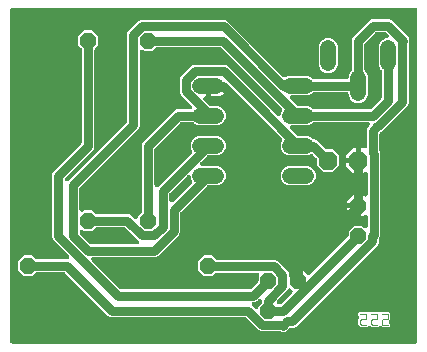
<source format=gbr>
G04 EAGLE Gerber RS-274X export*
G75*
%MOMM*%
%FSLAX34Y34*%
%LPD*%
%INBottom Copper*%
%IPPOS*%
%AMOC8*
5,1,8,0,0,1.08239X$1,22.5*%
G01*
%ADD10C,0.076200*%
%ADD11P,1.732040X8X22.500000*%
%ADD12C,1.320800*%
%ADD13P,1.429621X8X112.500000*%
%ADD14P,1.539592X8X112.500000*%
%ADD15P,1.539592X8X202.500000*%
%ADD16P,1.429621X8X202.500000*%
%ADD17C,0.762000*%

G36*
X365701Y480068D02*
X365701Y480068D01*
X365768Y480065D01*
X365895Y480087D01*
X366023Y480101D01*
X366086Y480121D01*
X366152Y480132D01*
X366271Y480180D01*
X366394Y480219D01*
X366452Y480251D01*
X366514Y480276D01*
X366621Y480347D01*
X366734Y480410D01*
X366784Y480454D01*
X366840Y480490D01*
X366931Y480581D01*
X367028Y480666D01*
X367068Y480719D01*
X367115Y480766D01*
X367185Y480874D01*
X367263Y480977D01*
X367291Y481037D01*
X367328Y481093D01*
X367375Y481213D01*
X367430Y481329D01*
X367446Y481394D01*
X367470Y481456D01*
X367482Y481542D01*
X367522Y481708D01*
X367527Y481878D01*
X367539Y481965D01*
X367539Y762535D01*
X367532Y762601D01*
X367535Y762668D01*
X367513Y762795D01*
X367499Y762923D01*
X367479Y762986D01*
X367468Y763052D01*
X367420Y763171D01*
X367381Y763294D01*
X367349Y763352D01*
X367324Y763414D01*
X367253Y763521D01*
X367190Y763634D01*
X367146Y763684D01*
X367110Y763740D01*
X367019Y763831D01*
X366934Y763928D01*
X366881Y763968D01*
X366834Y764015D01*
X366726Y764085D01*
X366623Y764163D01*
X366563Y764191D01*
X366507Y764228D01*
X366387Y764275D01*
X366271Y764330D01*
X366206Y764346D01*
X366144Y764370D01*
X366058Y764382D01*
X365892Y764422D01*
X365722Y764427D01*
X365635Y764439D01*
X24765Y764439D01*
X24699Y764432D01*
X24632Y764435D01*
X24505Y764413D01*
X24377Y764399D01*
X24314Y764379D01*
X24248Y764368D01*
X24129Y764320D01*
X24006Y764281D01*
X23948Y764249D01*
X23886Y764224D01*
X23779Y764153D01*
X23666Y764090D01*
X23616Y764046D01*
X23560Y764010D01*
X23469Y763919D01*
X23372Y763834D01*
X23332Y763781D01*
X23285Y763734D01*
X23215Y763626D01*
X23137Y763523D01*
X23109Y763463D01*
X23072Y763407D01*
X23025Y763287D01*
X22970Y763171D01*
X22954Y763106D01*
X22930Y763044D01*
X22918Y762958D01*
X22878Y762792D01*
X22873Y762622D01*
X22861Y762535D01*
X22861Y481965D01*
X22868Y481899D01*
X22865Y481832D01*
X22887Y481705D01*
X22901Y481577D01*
X22921Y481514D01*
X22932Y481448D01*
X22980Y481329D01*
X23019Y481206D01*
X23051Y481148D01*
X23076Y481086D01*
X23147Y480979D01*
X23210Y480866D01*
X23254Y480816D01*
X23290Y480760D01*
X23381Y480669D01*
X23466Y480572D01*
X23519Y480532D01*
X23566Y480485D01*
X23674Y480415D01*
X23777Y480337D01*
X23837Y480309D01*
X23893Y480272D01*
X24013Y480225D01*
X24129Y480170D01*
X24194Y480154D01*
X24256Y480130D01*
X24342Y480118D01*
X24508Y480078D01*
X24678Y480073D01*
X24765Y480061D01*
X365635Y480061D01*
X365701Y480068D01*
G37*
%LPC*%
G36*
X252939Y489965D02*
X252939Y489965D01*
X251449Y490582D01*
X251338Y490615D01*
X251230Y490658D01*
X251168Y490666D01*
X251076Y490694D01*
X250782Y490719D01*
X250720Y490727D01*
X235294Y490727D01*
X233333Y491539D01*
X231565Y493308D01*
X222765Y502108D01*
X222688Y502170D01*
X222617Y502241D01*
X222537Y502293D01*
X222463Y502353D01*
X222374Y502399D01*
X222291Y502454D01*
X222202Y502489D01*
X222117Y502533D01*
X222021Y502560D01*
X221928Y502596D01*
X221856Y502606D01*
X221741Y502638D01*
X221501Y502654D01*
X221419Y502665D01*
X107651Y502665D01*
X105690Y503477D01*
X68960Y540208D01*
X68883Y540270D01*
X68812Y540341D01*
X68732Y540393D01*
X68658Y540453D01*
X68569Y540499D01*
X68486Y540554D01*
X68397Y540589D01*
X68311Y540633D01*
X68216Y540660D01*
X68123Y540696D01*
X68051Y540706D01*
X67936Y540738D01*
X67696Y540754D01*
X67614Y540765D01*
X45768Y540765D01*
X45669Y540755D01*
X45570Y540755D01*
X45476Y540735D01*
X45380Y540725D01*
X45286Y540695D01*
X45188Y540675D01*
X45100Y540636D01*
X45009Y540607D01*
X44922Y540558D01*
X44831Y540519D01*
X44773Y540474D01*
X44669Y540416D01*
X44488Y540258D01*
X44422Y540208D01*
X41677Y537463D01*
X34523Y537463D01*
X29463Y542523D01*
X29463Y549677D01*
X34523Y554737D01*
X41677Y554737D01*
X44422Y551992D01*
X44499Y551930D01*
X44569Y551859D01*
X44650Y551807D01*
X44724Y551747D01*
X44812Y551701D01*
X44896Y551646D01*
X44985Y551611D01*
X45070Y551567D01*
X45166Y551540D01*
X45259Y551504D01*
X45331Y551494D01*
X45446Y551462D01*
X45686Y551446D01*
X45768Y551435D01*
X71192Y551435D01*
X71225Y551438D01*
X71258Y551436D01*
X71419Y551458D01*
X71580Y551475D01*
X71611Y551485D01*
X71644Y551489D01*
X71797Y551544D01*
X71951Y551593D01*
X71980Y551609D01*
X72012Y551620D01*
X72150Y551704D01*
X72291Y551784D01*
X72316Y551806D01*
X72344Y551823D01*
X72463Y551934D01*
X72585Y552040D01*
X72605Y552067D01*
X72629Y552089D01*
X72722Y552222D01*
X72820Y552351D01*
X72834Y552381D01*
X72853Y552408D01*
X72917Y552557D01*
X72987Y552703D01*
X72995Y552735D01*
X73008Y552766D01*
X73041Y552925D01*
X73079Y553082D01*
X73080Y553115D01*
X73087Y553148D01*
X73086Y553310D01*
X73092Y553472D01*
X73086Y553504D01*
X73086Y553538D01*
X73052Y553696D01*
X73025Y553856D01*
X73013Y553886D01*
X73006Y553919D01*
X72941Y554068D01*
X72881Y554218D01*
X72863Y554246D01*
X72850Y554276D01*
X72799Y554343D01*
X72667Y554543D01*
X72583Y554627D01*
X72538Y554685D01*
X62533Y564690D01*
X62515Y564736D01*
X62459Y564838D01*
X62413Y564944D01*
X62375Y564994D01*
X62329Y565079D01*
X62139Y565305D01*
X62102Y565354D01*
X58977Y568478D01*
X58165Y570439D01*
X58165Y623361D01*
X58977Y625322D01*
X83008Y649352D01*
X83070Y649429D01*
X83141Y649500D01*
X83193Y649580D01*
X83253Y649654D01*
X83299Y649743D01*
X83354Y649826D01*
X83389Y649915D01*
X83433Y650001D01*
X83460Y650096D01*
X83496Y650189D01*
X83506Y650261D01*
X83538Y650376D01*
X83554Y650616D01*
X83565Y650698D01*
X83565Y728932D01*
X83555Y729031D01*
X83555Y729130D01*
X83535Y729224D01*
X83525Y729320D01*
X83495Y729414D01*
X83475Y729512D01*
X83436Y729600D01*
X83407Y729691D01*
X83358Y729778D01*
X83319Y729869D01*
X83274Y729927D01*
X83216Y730031D01*
X83058Y730212D01*
X83008Y730278D01*
X80263Y733023D01*
X80263Y740177D01*
X85323Y745237D01*
X92477Y745237D01*
X97537Y740177D01*
X97537Y733023D01*
X94792Y730278D01*
X94730Y730201D01*
X94659Y730131D01*
X94607Y730050D01*
X94547Y729976D01*
X94501Y729888D01*
X94446Y729804D01*
X94411Y729715D01*
X94367Y729630D01*
X94340Y729534D01*
X94304Y729441D01*
X94294Y729369D01*
X94262Y729254D01*
X94246Y729014D01*
X94235Y728932D01*
X94235Y646639D01*
X93423Y644678D01*
X69392Y620648D01*
X69330Y620571D01*
X69259Y620500D01*
X69207Y620420D01*
X69147Y620346D01*
X69101Y620257D01*
X69046Y620174D01*
X69011Y620085D01*
X68967Y619999D01*
X68940Y619904D01*
X68904Y619811D01*
X68894Y619739D01*
X68862Y619624D01*
X68846Y619384D01*
X68835Y619302D01*
X68835Y619278D01*
X68837Y619254D01*
X68836Y619235D01*
X68837Y619227D01*
X68836Y619211D01*
X68858Y619051D01*
X68875Y618890D01*
X68885Y618858D01*
X68889Y618825D01*
X68944Y618673D01*
X68993Y618518D01*
X69009Y618490D01*
X69020Y618458D01*
X69105Y618320D01*
X69184Y618179D01*
X69206Y618154D01*
X69223Y618125D01*
X69334Y618007D01*
X69440Y617885D01*
X69467Y617865D01*
X69489Y617841D01*
X69622Y617748D01*
X69751Y617650D01*
X69781Y617636D01*
X69808Y617616D01*
X69957Y617552D01*
X70103Y617483D01*
X70135Y617475D01*
X70166Y617462D01*
X70325Y617429D01*
X70482Y617391D01*
X70515Y617390D01*
X70548Y617383D01*
X70710Y617383D01*
X70872Y617378D01*
X70904Y617384D01*
X70938Y617384D01*
X71096Y617417D01*
X71256Y617445D01*
X71286Y617457D01*
X71319Y617464D01*
X71468Y617529D01*
X71618Y617588D01*
X71646Y617607D01*
X71676Y617620D01*
X71743Y617671D01*
X71943Y617803D01*
X72027Y617887D01*
X72086Y617931D01*
X73446Y619292D01*
X121362Y667207D01*
X121424Y667284D01*
X121495Y667355D01*
X121547Y667435D01*
X121607Y667510D01*
X121653Y667598D01*
X121708Y667681D01*
X121743Y667771D01*
X121787Y667856D01*
X121814Y667952D01*
X121850Y668044D01*
X121860Y668117D01*
X121892Y668231D01*
X121897Y668303D01*
X121902Y668324D01*
X121905Y668432D01*
X121908Y668471D01*
X121919Y668554D01*
X121919Y742816D01*
X122731Y744777D01*
X131523Y753569D01*
X133484Y754381D01*
X204747Y754381D01*
X206708Y753569D01*
X254163Y706113D01*
X254227Y706061D01*
X254285Y706001D01*
X254378Y705938D01*
X254465Y705867D01*
X254539Y705829D01*
X254608Y705783D01*
X254712Y705740D01*
X254811Y705688D01*
X254891Y705666D01*
X254968Y705634D01*
X255079Y705613D01*
X255187Y705583D01*
X255270Y705577D01*
X255351Y705562D01*
X255463Y705564D01*
X255576Y705557D01*
X255658Y705568D01*
X255741Y705570D01*
X255820Y705590D01*
X255962Y705610D01*
X256152Y705678D01*
X256238Y705700D01*
X258479Y706629D01*
X274921Y706629D01*
X277909Y705391D01*
X278907Y704392D01*
X278984Y704330D01*
X279055Y704259D01*
X279135Y704207D01*
X279210Y704147D01*
X279298Y704101D01*
X279381Y704046D01*
X279471Y704011D01*
X279556Y703967D01*
X279652Y703940D01*
X279744Y703904D01*
X279817Y703894D01*
X279931Y703862D01*
X280171Y703846D01*
X280254Y703835D01*
X307467Y703835D01*
X307533Y703842D01*
X307600Y703839D01*
X307727Y703861D01*
X307855Y703875D01*
X307918Y703895D01*
X307984Y703906D01*
X308103Y703954D01*
X308226Y703993D01*
X308284Y704025D01*
X308346Y704050D01*
X308453Y704121D01*
X308566Y704184D01*
X308616Y704228D01*
X308672Y704264D01*
X308763Y704355D01*
X308860Y704440D01*
X308900Y704493D01*
X308947Y704540D01*
X309017Y704648D01*
X309095Y704751D01*
X309123Y704811D01*
X309160Y704867D01*
X309207Y704987D01*
X309262Y705103D01*
X309278Y705168D01*
X309302Y705230D01*
X309314Y705316D01*
X309354Y705482D01*
X309359Y705652D01*
X309371Y705739D01*
X309371Y706721D01*
X310609Y709709D01*
X311608Y710707D01*
X311670Y710784D01*
X311741Y710855D01*
X311793Y710935D01*
X311853Y711010D01*
X311899Y711098D01*
X311954Y711181D01*
X311989Y711271D01*
X312033Y711356D01*
X312060Y711452D01*
X312096Y711544D01*
X312106Y711617D01*
X312138Y711731D01*
X312154Y711971D01*
X312165Y712054D01*
X312165Y737661D01*
X312977Y739622D01*
X327178Y753823D01*
X329139Y754635D01*
X343961Y754635D01*
X345922Y753823D01*
X360123Y739622D01*
X360935Y737661D01*
X360935Y735539D01*
X360318Y734049D01*
X360304Y734003D01*
X360284Y733962D01*
X360269Y733898D01*
X360242Y733830D01*
X360234Y733768D01*
X360206Y733676D01*
X360201Y733620D01*
X360192Y733583D01*
X360189Y733472D01*
X360181Y733382D01*
X360173Y733320D01*
X360173Y683745D01*
X359361Y681784D01*
X337010Y659433D01*
X336964Y659415D01*
X336862Y659359D01*
X336755Y659313D01*
X336706Y659275D01*
X336621Y659229D01*
X336395Y659039D01*
X336346Y659002D01*
X336092Y658748D01*
X336030Y658671D01*
X335959Y658600D01*
X335907Y658520D01*
X335846Y658446D01*
X335801Y658357D01*
X335746Y658274D01*
X335711Y658184D01*
X335667Y658099D01*
X335640Y658004D01*
X335604Y657911D01*
X335594Y657839D01*
X335562Y657724D01*
X335546Y657484D01*
X335535Y657402D01*
X335535Y643497D01*
X335547Y643381D01*
X335549Y643265D01*
X335565Y643204D01*
X335575Y643109D01*
X335664Y642828D01*
X335680Y642768D01*
X336170Y641585D01*
X336170Y571074D01*
X335358Y569113D01*
X335330Y569086D01*
X335268Y569009D01*
X335197Y568938D01*
X335145Y568858D01*
X335085Y568784D01*
X335039Y568695D01*
X334984Y568612D01*
X334949Y568523D01*
X334905Y568437D01*
X334878Y568342D01*
X334842Y568249D01*
X334832Y568177D01*
X334800Y568062D01*
X334784Y567822D01*
X334773Y567740D01*
X334773Y565494D01*
X333961Y563533D01*
X264761Y494333D01*
X262800Y493521D01*
X260554Y493521D01*
X260456Y493511D01*
X260356Y493511D01*
X260262Y493491D01*
X260167Y493481D01*
X260072Y493451D01*
X259974Y493431D01*
X259886Y493392D01*
X259795Y493363D01*
X259708Y493315D01*
X259617Y493275D01*
X259559Y493230D01*
X259456Y493172D01*
X259274Y493014D01*
X259208Y492964D01*
X257022Y490777D01*
X255061Y489965D01*
X252939Y489965D01*
G37*
%LPD*%
G36*
X225700Y526045D02*
X225700Y526045D01*
X225800Y526045D01*
X225894Y526065D01*
X225989Y526075D01*
X226084Y526105D01*
X226182Y526125D01*
X226269Y526164D01*
X226361Y526193D01*
X226448Y526242D01*
X226539Y526281D01*
X226597Y526326D01*
X226700Y526384D01*
X226882Y526542D01*
X226948Y526592D01*
X232614Y532258D01*
X232676Y532335D01*
X232747Y532406D01*
X232799Y532486D01*
X232859Y532560D01*
X232905Y532649D01*
X232960Y532732D01*
X232995Y532821D01*
X233039Y532907D01*
X233066Y533002D01*
X233102Y533095D01*
X233112Y533167D01*
X233144Y533282D01*
X233160Y533522D01*
X233171Y533604D01*
X233171Y536770D01*
X233178Y536778D01*
X233203Y536800D01*
X233301Y536929D01*
X233403Y537055D01*
X233418Y537084D01*
X233438Y537111D01*
X233508Y537258D01*
X233582Y537401D01*
X233591Y537433D01*
X233605Y537463D01*
X233643Y537620D01*
X233687Y537776D01*
X233689Y537810D01*
X233697Y537842D01*
X233702Y538004D01*
X233713Y538165D01*
X233709Y538198D01*
X233710Y538232D01*
X233682Y538391D01*
X233660Y538551D01*
X233649Y538583D01*
X233643Y538616D01*
X233584Y538766D01*
X233529Y538919D01*
X233512Y538947D01*
X233500Y538978D01*
X233411Y539113D01*
X233326Y539251D01*
X233304Y539276D01*
X233285Y539304D01*
X233170Y539418D01*
X233060Y539536D01*
X233033Y539555D01*
X233009Y539579D01*
X232873Y539667D01*
X232741Y539760D01*
X232711Y539773D01*
X232683Y539792D01*
X232532Y539851D01*
X232383Y539915D01*
X232351Y539922D01*
X232320Y539934D01*
X232237Y539945D01*
X232002Y539994D01*
X231883Y539993D01*
X231810Y540003D01*
X197406Y540003D01*
X197307Y539993D01*
X197208Y539993D01*
X197114Y539973D01*
X197018Y539963D01*
X196924Y539933D01*
X196826Y539913D01*
X196738Y539874D01*
X196647Y539845D01*
X196560Y539796D01*
X196469Y539757D01*
X196411Y539712D01*
X196307Y539654D01*
X196126Y539496D01*
X196060Y539446D01*
X194077Y537463D01*
X186923Y537463D01*
X181863Y542523D01*
X181863Y549677D01*
X186923Y554737D01*
X194077Y554737D01*
X197584Y551230D01*
X197661Y551168D01*
X197731Y551097D01*
X197812Y551045D01*
X197886Y550985D01*
X197974Y550939D01*
X198058Y550884D01*
X198147Y550849D01*
X198232Y550805D01*
X198328Y550778D01*
X198421Y550742D01*
X198493Y550732D01*
X198608Y550700D01*
X198848Y550684D01*
X198930Y550673D01*
X247306Y550673D01*
X249267Y549861D01*
X251035Y548092D01*
X255992Y543135D01*
X257761Y541367D01*
X257834Y541190D01*
X257858Y541146D01*
X257874Y541099D01*
X257950Y540975D01*
X258019Y540847D01*
X258051Y540809D01*
X258077Y540766D01*
X258177Y540660D01*
X258270Y540549D01*
X258309Y540518D01*
X258344Y540482D01*
X258463Y540398D01*
X258577Y540308D01*
X258622Y540286D01*
X258662Y540257D01*
X258796Y540200D01*
X258926Y540135D01*
X258974Y540122D01*
X259020Y540103D01*
X259162Y540073D01*
X259303Y540037D01*
X259353Y540034D01*
X259402Y540024D01*
X259547Y540024D01*
X259693Y540017D01*
X259742Y540025D01*
X259792Y540025D01*
X259934Y540055D01*
X260078Y540077D01*
X260124Y540095D01*
X260173Y540105D01*
X260306Y540163D01*
X260442Y540214D01*
X260485Y540241D01*
X260530Y540261D01*
X260601Y540315D01*
X260772Y540423D01*
X260875Y540523D01*
X260940Y540572D01*
X262912Y542545D01*
X264669Y542545D01*
X264669Y533527D01*
X264676Y533461D01*
X264673Y533395D01*
X264695Y533268D01*
X264709Y533139D01*
X264729Y533076D01*
X264740Y533011D01*
X264788Y532891D01*
X264827Y532768D01*
X264859Y532710D01*
X264884Y532648D01*
X264954Y532541D01*
X265018Y532428D01*
X265062Y532378D01*
X265098Y532323D01*
X265189Y532232D01*
X265274Y532135D01*
X265327Y532095D01*
X265374Y532048D01*
X265482Y531977D01*
X265585Y531899D01*
X265645Y531871D01*
X265701Y531835D01*
X265821Y531787D01*
X265937Y531732D01*
X266002Y531717D01*
X266064Y531692D01*
X266150Y531681D01*
X266316Y531640D01*
X266486Y531635D01*
X266573Y531623D01*
X266827Y531623D01*
X266893Y531630D01*
X266960Y531628D01*
X267087Y531650D01*
X267215Y531663D01*
X267278Y531683D01*
X267344Y531694D01*
X267463Y531742D01*
X267586Y531781D01*
X267644Y531814D01*
X267706Y531838D01*
X267813Y531909D01*
X267926Y531972D01*
X267976Y532016D01*
X268032Y532052D01*
X268123Y532144D01*
X268220Y532228D01*
X268260Y532281D01*
X268307Y532328D01*
X268377Y532436D01*
X268455Y532539D01*
X268483Y532599D01*
X268520Y532655D01*
X268567Y532775D01*
X268622Y532891D01*
X268638Y532956D01*
X268662Y533018D01*
X268674Y533105D01*
X268714Y533270D01*
X268719Y533440D01*
X268731Y533527D01*
X268731Y542545D01*
X270488Y542545D01*
X274398Y538635D01*
X274449Y538593D01*
X274495Y538545D01*
X274600Y538470D01*
X274700Y538389D01*
X274759Y538358D01*
X274813Y538320D01*
X274932Y538269D01*
X275046Y538210D01*
X275110Y538192D01*
X275171Y538166D01*
X275297Y538140D01*
X275421Y538105D01*
X275488Y538100D01*
X275553Y538087D01*
X275682Y538087D01*
X275810Y538078D01*
X275876Y538088D01*
X275943Y538088D01*
X276069Y538114D01*
X276197Y538132D01*
X276259Y538154D01*
X276324Y538168D01*
X276442Y538219D01*
X276564Y538263D01*
X276620Y538297D01*
X276681Y538324D01*
X276751Y538377D01*
X276896Y538466D01*
X277021Y538582D01*
X277091Y538635D01*
X308814Y570358D01*
X308876Y570435D01*
X308947Y570506D01*
X308999Y570586D01*
X309059Y570660D01*
X309105Y570749D01*
X309160Y570832D01*
X309195Y570921D01*
X309239Y571007D01*
X309266Y571102D01*
X309302Y571195D01*
X309312Y571267D01*
X309344Y571382D01*
X309360Y571622D01*
X309371Y571704D01*
X309371Y574867D01*
X314133Y579629D01*
X320867Y579629D01*
X322249Y578246D01*
X322275Y578225D01*
X322297Y578200D01*
X322426Y578103D01*
X322552Y578000D01*
X322581Y577985D01*
X322608Y577965D01*
X322754Y577896D01*
X322898Y577821D01*
X322930Y577812D01*
X322960Y577798D01*
X323117Y577760D01*
X323273Y577716D01*
X323307Y577714D01*
X323339Y577706D01*
X323501Y577701D01*
X323662Y577690D01*
X323695Y577694D01*
X323729Y577693D01*
X323888Y577721D01*
X324048Y577743D01*
X324080Y577754D01*
X324113Y577760D01*
X324263Y577819D01*
X324416Y577874D01*
X324444Y577891D01*
X324475Y577903D01*
X324610Y577992D01*
X324748Y578077D01*
X324773Y578100D01*
X324801Y578118D01*
X324915Y578233D01*
X325033Y578343D01*
X325052Y578370D01*
X325076Y578394D01*
X325164Y578530D01*
X325257Y578662D01*
X325271Y578693D01*
X325289Y578720D01*
X325348Y578871D01*
X325412Y579020D01*
X325419Y579052D01*
X325431Y579083D01*
X325442Y579166D01*
X325491Y579402D01*
X325490Y579520D01*
X325500Y579593D01*
X325500Y587370D01*
X325497Y587404D01*
X325499Y587437D01*
X325477Y587597D01*
X325460Y587758D01*
X325450Y587790D01*
X325446Y587823D01*
X325391Y587976D01*
X325342Y588130D01*
X325326Y588159D01*
X325315Y588190D01*
X325230Y588328D01*
X325151Y588469D01*
X325129Y588494D01*
X325112Y588523D01*
X325001Y588641D01*
X324895Y588763D01*
X324868Y588783D01*
X324846Y588807D01*
X324713Y588900D01*
X324584Y588998D01*
X324554Y589013D01*
X324527Y589032D01*
X324378Y589096D01*
X324232Y589165D01*
X324200Y589173D01*
X324169Y589186D01*
X324010Y589219D01*
X323853Y589257D01*
X323820Y589258D01*
X323787Y589265D01*
X323625Y589265D01*
X323463Y589270D01*
X323431Y589264D01*
X323397Y589264D01*
X323239Y589231D01*
X323079Y589203D01*
X323049Y589191D01*
X323016Y589184D01*
X322867Y589119D01*
X322717Y589060D01*
X322689Y589041D01*
X322659Y589028D01*
X322592Y588978D01*
X322392Y588845D01*
X322308Y588761D01*
X322249Y588717D01*
X321288Y587755D01*
X319531Y587755D01*
X319531Y596773D01*
X319524Y596839D01*
X319527Y596905D01*
X319520Y596944D01*
X319531Y597027D01*
X319531Y606045D01*
X321288Y606045D01*
X322249Y605083D01*
X322275Y605062D01*
X322297Y605037D01*
X322426Y604939D01*
X322552Y604837D01*
X322581Y604822D01*
X322608Y604802D01*
X322754Y604732D01*
X322898Y604658D01*
X322930Y604649D01*
X322960Y604635D01*
X323117Y604597D01*
X323273Y604553D01*
X323307Y604551D01*
X323339Y604543D01*
X323501Y604537D01*
X323662Y604526D01*
X323695Y604531D01*
X323729Y604530D01*
X323888Y604558D01*
X324048Y604580D01*
X324080Y604591D01*
X324113Y604597D01*
X324263Y604656D01*
X324416Y604711D01*
X324444Y604728D01*
X324475Y604740D01*
X324610Y604829D01*
X324748Y604914D01*
X324773Y604936D01*
X324801Y604955D01*
X324915Y605070D01*
X325033Y605180D01*
X325052Y605207D01*
X325076Y605231D01*
X325164Y605366D01*
X325257Y605499D01*
X325271Y605529D01*
X325289Y605557D01*
X325348Y605708D01*
X325412Y605857D01*
X325419Y605889D01*
X325431Y605920D01*
X325442Y606003D01*
X325491Y606238D01*
X325490Y606357D01*
X325500Y606430D01*
X325500Y623495D01*
X325497Y623528D01*
X325499Y623561D01*
X325477Y623722D01*
X325460Y623883D01*
X325450Y623914D01*
X325446Y623947D01*
X325391Y624100D01*
X325342Y624254D01*
X325326Y624283D01*
X325315Y624314D01*
X325230Y624453D01*
X325151Y624594D01*
X325129Y624619D01*
X325112Y624647D01*
X325001Y624765D01*
X324895Y624887D01*
X324868Y624907D01*
X324846Y624932D01*
X324713Y625025D01*
X324584Y625123D01*
X324554Y625137D01*
X324527Y625156D01*
X324378Y625220D01*
X324232Y625290D01*
X324199Y625298D01*
X324169Y625311D01*
X324011Y625343D01*
X323853Y625382D01*
X323820Y625383D01*
X323787Y625389D01*
X323625Y625389D01*
X323463Y625394D01*
X323431Y625389D01*
X323397Y625389D01*
X323239Y625355D01*
X323079Y625328D01*
X323049Y625315D01*
X323016Y625309D01*
X322867Y625243D01*
X322717Y625184D01*
X322689Y625166D01*
X322659Y625152D01*
X322592Y625102D01*
X322392Y624970D01*
X322308Y624885D01*
X322249Y624841D01*
X321866Y624458D01*
X319531Y624458D01*
X319531Y634873D01*
X319524Y634939D01*
X319527Y635005D01*
X319520Y635044D01*
X319531Y635127D01*
X319531Y645542D01*
X321929Y645542D01*
X321946Y645532D01*
X321973Y645512D01*
X322119Y645443D01*
X322263Y645369D01*
X322295Y645360D01*
X322325Y645345D01*
X322482Y645307D01*
X322638Y645264D01*
X322672Y645261D01*
X322704Y645253D01*
X322866Y645248D01*
X323027Y645237D01*
X323060Y645242D01*
X323094Y645241D01*
X323253Y645268D01*
X323413Y645290D01*
X323445Y645302D01*
X323478Y645307D01*
X323628Y645367D01*
X323781Y645421D01*
X323809Y645439D01*
X323840Y645451D01*
X323975Y645540D01*
X324113Y645624D01*
X324138Y645647D01*
X324166Y645665D01*
X324280Y645780D01*
X324398Y645891D01*
X324417Y645918D01*
X324441Y645941D01*
X324529Y646077D01*
X324622Y646209D01*
X324636Y646240D01*
X324654Y646268D01*
X324713Y646419D01*
X324777Y646567D01*
X324784Y646600D01*
X324796Y646631D01*
X324807Y646713D01*
X324856Y646949D01*
X324855Y647068D01*
X324865Y647140D01*
X324865Y661461D01*
X325677Y663422D01*
X326770Y664514D01*
X326791Y664540D01*
X326816Y664562D01*
X326914Y664691D01*
X327016Y664817D01*
X327031Y664846D01*
X327051Y664873D01*
X327121Y665019D01*
X327195Y665163D01*
X327204Y665195D01*
X327219Y665225D01*
X327257Y665382D01*
X327300Y665538D01*
X327303Y665572D01*
X327310Y665604D01*
X327316Y665766D01*
X327327Y665927D01*
X327322Y665960D01*
X327323Y665994D01*
X327295Y666153D01*
X327273Y666313D01*
X327262Y666345D01*
X327256Y666378D01*
X327197Y666528D01*
X327142Y666681D01*
X327125Y666709D01*
X327113Y666740D01*
X327024Y666875D01*
X326940Y667013D01*
X326917Y667038D01*
X326898Y667066D01*
X326784Y667180D01*
X326673Y667298D01*
X326646Y667317D01*
X326622Y667341D01*
X326487Y667429D01*
X326354Y667522D01*
X326324Y667536D01*
X326296Y667554D01*
X326145Y667613D01*
X325997Y667677D01*
X325964Y667684D01*
X325933Y667696D01*
X325851Y667707D01*
X325615Y667756D01*
X325496Y667755D01*
X325424Y667765D01*
X280254Y667765D01*
X280155Y667755D01*
X280055Y667755D01*
X279961Y667735D01*
X279866Y667725D01*
X279771Y667695D01*
X279674Y667675D01*
X279586Y667636D01*
X279495Y667607D01*
X279408Y667558D01*
X279317Y667519D01*
X279258Y667474D01*
X279155Y667416D01*
X278974Y667258D01*
X278907Y667208D01*
X277909Y666209D01*
X274921Y664971D01*
X261570Y664971D01*
X261537Y664968D01*
X261504Y664970D01*
X261344Y664948D01*
X261183Y664931D01*
X261151Y664921D01*
X261118Y664917D01*
X260965Y664862D01*
X260811Y664813D01*
X260782Y664797D01*
X260751Y664786D01*
X260613Y664702D01*
X260471Y664622D01*
X260446Y664600D01*
X260418Y664583D01*
X260300Y664472D01*
X260178Y664366D01*
X260158Y664339D01*
X260133Y664317D01*
X260040Y664184D01*
X259943Y664055D01*
X259928Y664025D01*
X259909Y663998D01*
X259845Y663849D01*
X259775Y663703D01*
X259768Y663671D01*
X259754Y663640D01*
X259722Y663481D01*
X259684Y663324D01*
X259683Y663291D01*
X259676Y663258D01*
X259676Y663096D01*
X259671Y662934D01*
X259676Y662902D01*
X259677Y662868D01*
X259710Y662710D01*
X259738Y662550D01*
X259750Y662520D01*
X259757Y662487D01*
X259822Y662338D01*
X259881Y662188D01*
X259899Y662160D01*
X259913Y662130D01*
X259963Y662063D01*
X260096Y661863D01*
X260180Y661779D01*
X260224Y661721D01*
X265558Y656386D01*
X265635Y656324D01*
X265706Y656253D01*
X265786Y656201D01*
X265860Y656141D01*
X265949Y656095D01*
X266032Y656040D01*
X266121Y656005D01*
X266206Y655961D01*
X266302Y655934D01*
X266395Y655898D01*
X266467Y655888D01*
X266582Y655856D01*
X266822Y655840D01*
X266904Y655829D01*
X274921Y655829D01*
X277909Y654591D01*
X278907Y653592D01*
X278984Y653530D01*
X279055Y653459D01*
X279135Y653407D01*
X279210Y653347D01*
X279298Y653301D01*
X279381Y653246D01*
X279471Y653211D01*
X279556Y653167D01*
X279652Y653140D01*
X279744Y653104D01*
X279817Y653094D01*
X279931Y653062D01*
X280171Y653046D01*
X280254Y653035D01*
X280461Y653035D01*
X282422Y652223D01*
X289561Y645083D01*
X289638Y645021D01*
X289709Y644950D01*
X289789Y644898D01*
X289863Y644838D01*
X289952Y644792D01*
X290035Y644737D01*
X290124Y644702D01*
X290210Y644658D01*
X290305Y644631D01*
X290398Y644595D01*
X290470Y644585D01*
X290585Y644553D01*
X290825Y644537D01*
X290907Y644526D01*
X296046Y644526D01*
X301626Y638946D01*
X301626Y631054D01*
X296046Y625474D01*
X288154Y625474D01*
X282574Y631054D01*
X282574Y636193D01*
X282564Y636291D01*
X282564Y636391D01*
X282544Y636485D01*
X282534Y636580D01*
X282504Y636675D01*
X282484Y636773D01*
X282445Y636860D01*
X282416Y636952D01*
X282367Y637039D01*
X282328Y637130D01*
X282283Y637188D01*
X282225Y637291D01*
X282158Y637368D01*
X282128Y637414D01*
X282060Y637481D01*
X282017Y637539D01*
X279401Y640155D01*
X279337Y640207D01*
X279279Y640267D01*
X279186Y640330D01*
X279099Y640401D01*
X279025Y640439D01*
X278956Y640485D01*
X278852Y640528D01*
X278752Y640580D01*
X278673Y640602D01*
X278596Y640634D01*
X278485Y640655D01*
X278377Y640685D01*
X278294Y640690D01*
X278213Y640706D01*
X278100Y640704D01*
X277988Y640711D01*
X277906Y640700D01*
X277823Y640698D01*
X277744Y640677D01*
X277602Y640658D01*
X277412Y640590D01*
X277326Y640567D01*
X274921Y639571D01*
X258479Y639571D01*
X255491Y640809D01*
X253205Y643095D01*
X251967Y646083D01*
X251967Y649317D01*
X253112Y652081D01*
X253136Y652160D01*
X253169Y652237D01*
X253192Y652347D01*
X253224Y652454D01*
X253231Y652537D01*
X253248Y652618D01*
X253247Y652731D01*
X253257Y652843D01*
X253247Y652925D01*
X253247Y653008D01*
X253224Y653118D01*
X253210Y653230D01*
X253184Y653308D01*
X253167Y653390D01*
X253122Y653493D01*
X253086Y653599D01*
X253044Y653671D01*
X253011Y653747D01*
X252961Y653812D01*
X252889Y653936D01*
X252753Y654085D01*
X252699Y654156D01*
X220521Y686334D01*
X220503Y686380D01*
X220447Y686482D01*
X220401Y686588D01*
X220363Y686638D01*
X220317Y686723D01*
X220156Y686914D01*
X220149Y686924D01*
X220137Y686936D01*
X220127Y686948D01*
X220090Y686997D01*
X209310Y697778D01*
X209248Y697827D01*
X209193Y697884D01*
X209097Y697950D01*
X209007Y698024D01*
X208937Y698060D01*
X208872Y698105D01*
X208764Y698149D01*
X208661Y698203D01*
X208585Y698224D01*
X208512Y698255D01*
X208398Y698277D01*
X208286Y698308D01*
X208207Y698313D01*
X208129Y698328D01*
X208013Y698326D01*
X207916Y698333D01*
X207916Y698344D01*
X207921Y698505D01*
X207915Y698538D01*
X207915Y698572D01*
X207882Y698730D01*
X207854Y698890D01*
X207842Y698920D01*
X207835Y698953D01*
X207770Y699102D01*
X207710Y699252D01*
X207692Y699280D01*
X207679Y699310D01*
X207628Y699377D01*
X207496Y699577D01*
X207412Y699661D01*
X207368Y699720D01*
X207114Y699974D01*
X207036Y700036D01*
X206966Y700107D01*
X206886Y700159D01*
X206811Y700220D01*
X206723Y700265D01*
X206639Y700320D01*
X206550Y700355D01*
X206465Y700399D01*
X206369Y700426D01*
X206277Y700462D01*
X206204Y700472D01*
X206090Y700504D01*
X205850Y700520D01*
X205767Y700531D01*
X190627Y700531D01*
X190561Y700524D01*
X190495Y700527D01*
X190368Y700505D01*
X190239Y700491D01*
X190176Y700471D01*
X190111Y700460D01*
X189991Y700412D01*
X189868Y700373D01*
X189810Y700341D01*
X189748Y700316D01*
X189641Y700245D01*
X189528Y700182D01*
X189478Y700138D01*
X189423Y700102D01*
X189332Y700011D01*
X189235Y699926D01*
X189195Y699873D01*
X189171Y699850D01*
X189168Y699848D01*
X189077Y699756D01*
X188980Y699672D01*
X188940Y699619D01*
X188893Y699572D01*
X188823Y699464D01*
X188745Y699361D01*
X188717Y699301D01*
X188680Y699245D01*
X188633Y699125D01*
X188578Y699009D01*
X188562Y698944D01*
X188538Y698882D01*
X188526Y698795D01*
X188486Y698630D01*
X188481Y698460D01*
X188469Y698373D01*
X188469Y689355D01*
X188299Y689355D01*
X188266Y689352D01*
X188233Y689354D01*
X188073Y689332D01*
X187912Y689315D01*
X187880Y689305D01*
X187847Y689301D01*
X187695Y689246D01*
X187540Y689197D01*
X187511Y689181D01*
X187480Y689170D01*
X187342Y689086D01*
X187201Y689006D01*
X187175Y688984D01*
X187147Y688967D01*
X187029Y688856D01*
X186907Y688750D01*
X186887Y688723D01*
X186863Y688701D01*
X186769Y688568D01*
X186672Y688439D01*
X186657Y688409D01*
X186638Y688382D01*
X186574Y688233D01*
X186505Y688087D01*
X186497Y688055D01*
X186483Y688024D01*
X186451Y687865D01*
X186413Y687708D01*
X186412Y687675D01*
X186405Y687642D01*
X186405Y687480D01*
X186400Y687318D01*
X186406Y687286D01*
X186406Y687252D01*
X186439Y687094D01*
X186467Y686934D01*
X186479Y686904D01*
X186486Y686871D01*
X186551Y686722D01*
X186610Y686572D01*
X186628Y686544D01*
X186642Y686514D01*
X186692Y686447D01*
X186825Y686247D01*
X186909Y686163D01*
X186953Y686105D01*
X191271Y681786D01*
X191348Y681724D01*
X191419Y681653D01*
X191499Y681601D01*
X191573Y681541D01*
X191662Y681495D01*
X191745Y681440D01*
X191835Y681405D01*
X191920Y681361D01*
X192015Y681334D01*
X192108Y681298D01*
X192180Y681288D01*
X192295Y681256D01*
X192535Y681240D01*
X192618Y681229D01*
X198721Y681229D01*
X201709Y679991D01*
X203995Y677705D01*
X205233Y674717D01*
X205233Y671483D01*
X203995Y668495D01*
X201709Y666209D01*
X198721Y664971D01*
X182279Y664971D01*
X179291Y666209D01*
X178293Y667208D01*
X178216Y667270D01*
X178145Y667341D01*
X178065Y667393D01*
X177990Y667453D01*
X177902Y667499D01*
X177819Y667554D01*
X177729Y667589D01*
X177644Y667633D01*
X177548Y667660D01*
X177456Y667696D01*
X177383Y667706D01*
X177269Y667738D01*
X177029Y667754D01*
X176946Y667765D01*
X168098Y667765D01*
X168000Y667755D01*
X167900Y667755D01*
X167806Y667735D01*
X167711Y667725D01*
X167616Y667695D01*
X167518Y667675D01*
X167431Y667636D01*
X167339Y667607D01*
X167252Y667558D01*
X167161Y667519D01*
X167103Y667474D01*
X167000Y667416D01*
X166818Y667258D01*
X166752Y667208D01*
X145592Y646048D01*
X145530Y645971D01*
X145459Y645900D01*
X145407Y645820D01*
X145347Y645746D01*
X145301Y645657D01*
X145246Y645574D01*
X145211Y645485D01*
X145167Y645399D01*
X145140Y645304D01*
X145104Y645211D01*
X145094Y645139D01*
X145062Y645024D01*
X145046Y644784D01*
X145035Y644702D01*
X145035Y614376D01*
X145038Y614343D01*
X145036Y614310D01*
X145058Y614149D01*
X145075Y613989D01*
X145085Y613957D01*
X145089Y613924D01*
X145144Y613771D01*
X145193Y613617D01*
X145209Y613588D01*
X145220Y613557D01*
X145305Y613418D01*
X145384Y613277D01*
X145406Y613252D01*
X145423Y613224D01*
X145534Y613106D01*
X145640Y612984D01*
X145667Y612964D01*
X145689Y612939D01*
X145822Y612846D01*
X145951Y612749D01*
X145981Y612734D01*
X146008Y612715D01*
X146157Y612651D01*
X146303Y612581D01*
X146335Y612574D01*
X146366Y612560D01*
X146525Y612528D01*
X146682Y612490D01*
X146715Y612489D01*
X146748Y612482D01*
X146910Y612482D01*
X147072Y612477D01*
X147104Y612482D01*
X147138Y612483D01*
X147296Y612516D01*
X147456Y612544D01*
X147486Y612556D01*
X147519Y612563D01*
X147668Y612628D01*
X147818Y612687D01*
X147846Y612705D01*
X147876Y612719D01*
X147943Y612769D01*
X148143Y612902D01*
X148227Y612986D01*
X148286Y613030D01*
X149392Y614136D01*
X149392Y614137D01*
X176499Y641244D01*
X176552Y641308D01*
X176611Y641366D01*
X176675Y641459D01*
X176745Y641546D01*
X176783Y641620D01*
X176830Y641689D01*
X176873Y641793D01*
X176925Y641892D01*
X176947Y641972D01*
X176979Y642049D01*
X176999Y642160D01*
X177030Y642268D01*
X177035Y642351D01*
X177051Y642432D01*
X177048Y642544D01*
X177056Y642657D01*
X177045Y642739D01*
X177043Y642822D01*
X177022Y642901D01*
X177003Y643043D01*
X176935Y643233D01*
X176912Y643319D01*
X175767Y646083D01*
X175767Y649317D01*
X177005Y652305D01*
X179291Y654591D01*
X182279Y655829D01*
X198721Y655829D01*
X201709Y654591D01*
X203995Y652305D01*
X205233Y649317D01*
X205233Y646083D01*
X203995Y643095D01*
X201709Y640809D01*
X198721Y639571D01*
X190704Y639571D01*
X190606Y639561D01*
X190506Y639561D01*
X190412Y639541D01*
X190317Y639531D01*
X190222Y639501D01*
X190124Y639481D01*
X190037Y639442D01*
X189945Y639413D01*
X189858Y639364D01*
X189767Y639325D01*
X189709Y639281D01*
X189606Y639222D01*
X189424Y639064D01*
X189358Y639014D01*
X184024Y633679D01*
X184003Y633654D01*
X183978Y633632D01*
X183880Y633503D01*
X183778Y633377D01*
X183763Y633348D01*
X183743Y633321D01*
X183673Y633175D01*
X183599Y633031D01*
X183590Y632999D01*
X183575Y632969D01*
X183537Y632812D01*
X183494Y632656D01*
X183491Y632622D01*
X183484Y632590D01*
X183478Y632428D01*
X183467Y632267D01*
X183472Y632234D01*
X183471Y632200D01*
X183499Y632041D01*
X183521Y631881D01*
X183532Y631849D01*
X183538Y631816D01*
X183597Y631666D01*
X183652Y631513D01*
X183669Y631485D01*
X183681Y631454D01*
X183770Y631319D01*
X183854Y631181D01*
X183877Y631156D01*
X183896Y631128D01*
X184010Y631014D01*
X184121Y630896D01*
X184148Y630877D01*
X184172Y630853D01*
X184307Y630765D01*
X184440Y630672D01*
X184470Y630659D01*
X184498Y630640D01*
X184649Y630581D01*
X184797Y630517D01*
X184830Y630510D01*
X184861Y630498D01*
X184944Y630487D01*
X185179Y630438D01*
X185298Y630439D01*
X185370Y630429D01*
X198721Y630429D01*
X201709Y629191D01*
X203995Y626905D01*
X205233Y623917D01*
X205233Y620683D01*
X203995Y617695D01*
X201709Y615409D01*
X198721Y614171D01*
X190704Y614171D01*
X190606Y614161D01*
X190506Y614161D01*
X190412Y614141D01*
X190317Y614131D01*
X190222Y614101D01*
X190124Y614081D01*
X190037Y614042D01*
X189945Y614013D01*
X189858Y613964D01*
X189767Y613925D01*
X189709Y613880D01*
X189606Y613822D01*
X189424Y613664D01*
X189358Y613614D01*
X167182Y591438D01*
X167120Y591361D01*
X167049Y591290D01*
X166997Y591210D01*
X166937Y591136D01*
X166891Y591047D01*
X166836Y590964D01*
X166801Y590875D01*
X166757Y590789D01*
X166730Y590694D01*
X166694Y590601D01*
X166684Y590529D01*
X166652Y590414D01*
X166636Y590174D01*
X166625Y590092D01*
X166625Y574196D01*
X165813Y572235D01*
X147855Y554277D01*
X145894Y553465D01*
X93445Y553465D01*
X93412Y553462D01*
X93378Y553464D01*
X93218Y553442D01*
X93057Y553425D01*
X93025Y553415D01*
X92992Y553411D01*
X92840Y553356D01*
X92686Y553307D01*
X92657Y553291D01*
X92625Y553280D01*
X92487Y553196D01*
X92346Y553116D01*
X92321Y553094D01*
X92292Y553077D01*
X92174Y552966D01*
X92052Y552860D01*
X92032Y552833D01*
X92008Y552811D01*
X91915Y552678D01*
X91817Y552549D01*
X91803Y552519D01*
X91784Y552492D01*
X91719Y552343D01*
X91650Y552197D01*
X91642Y552165D01*
X91629Y552134D01*
X91596Y551975D01*
X91558Y551818D01*
X91557Y551785D01*
X91550Y551752D01*
X91550Y551590D01*
X91545Y551428D01*
X91551Y551396D01*
X91551Y551362D01*
X91584Y551204D01*
X91612Y551044D01*
X91624Y551014D01*
X91631Y550981D01*
X91696Y550832D01*
X91756Y550682D01*
X91774Y550654D01*
X91787Y550624D01*
X91838Y550557D01*
X91970Y550357D01*
X92054Y550273D01*
X92098Y550215D01*
X115720Y526592D01*
X115797Y526530D01*
X115868Y526459D01*
X115948Y526407D01*
X116023Y526347D01*
X116111Y526301D01*
X116195Y526246D01*
X116284Y526211D01*
X116369Y526167D01*
X116465Y526140D01*
X116557Y526104D01*
X116630Y526094D01*
X116744Y526062D01*
X116984Y526046D01*
X117067Y526035D01*
X225602Y526035D01*
X225700Y526045D01*
G37*
G36*
X129258Y585479D02*
X129258Y585479D01*
X129292Y585477D01*
X129451Y585505D01*
X129611Y585527D01*
X129643Y585539D01*
X129676Y585544D01*
X129826Y585604D01*
X129979Y585658D01*
X130007Y585676D01*
X130038Y585688D01*
X130173Y585777D01*
X130311Y585861D01*
X130336Y585884D01*
X130364Y585902D01*
X130478Y586017D01*
X130596Y586128D01*
X130615Y586155D01*
X130639Y586178D01*
X130727Y586314D01*
X130820Y586446D01*
X130833Y586477D01*
X130852Y586505D01*
X130911Y586655D01*
X130975Y586804D01*
X130982Y586837D01*
X130994Y586868D01*
X131005Y586950D01*
X131054Y587186D01*
X131053Y587305D01*
X131063Y587377D01*
X131063Y587777D01*
X133808Y590522D01*
X133870Y590599D01*
X133941Y590669D01*
X133993Y590750D01*
X134053Y590824D01*
X134099Y590912D01*
X134154Y590996D01*
X134189Y591085D01*
X134233Y591170D01*
X134260Y591266D01*
X134296Y591359D01*
X134306Y591431D01*
X134338Y591546D01*
X134354Y591786D01*
X134365Y591868D01*
X134365Y648761D01*
X135177Y650722D01*
X162078Y677623D01*
X164039Y678435D01*
X174937Y678435D01*
X174970Y678438D01*
X175003Y678436D01*
X175163Y678458D01*
X175324Y678475D01*
X175356Y678485D01*
X175389Y678489D01*
X175542Y678544D01*
X175696Y678593D01*
X175725Y678609D01*
X175756Y678620D01*
X175894Y678704D01*
X176036Y678784D01*
X176061Y678806D01*
X176089Y678823D01*
X176207Y678934D01*
X176329Y679040D01*
X176349Y679067D01*
X176374Y679089D01*
X176467Y679222D01*
X176565Y679351D01*
X176579Y679381D01*
X176598Y679408D01*
X176662Y679557D01*
X176732Y679703D01*
X176739Y679735D01*
X176753Y679766D01*
X176785Y679925D01*
X176823Y680082D01*
X176825Y680115D01*
X176831Y680148D01*
X176831Y680310D01*
X176836Y680472D01*
X176831Y680504D01*
X176831Y680538D01*
X176797Y680696D01*
X176769Y680856D01*
X176757Y680886D01*
X176750Y680919D01*
X176685Y681068D01*
X176626Y681218D01*
X176608Y681246D01*
X176594Y681276D01*
X176544Y681343D01*
X176412Y681543D01*
X176327Y681627D01*
X176283Y681685D01*
X167435Y690533D01*
X166623Y692494D01*
X166623Y704506D01*
X167435Y706467D01*
X175929Y714961D01*
X177890Y715773D01*
X205255Y715773D01*
X207216Y714961D01*
X229567Y692610D01*
X229585Y692564D01*
X229622Y692496D01*
X229637Y692458D01*
X229652Y692435D01*
X229687Y692356D01*
X229725Y692306D01*
X229771Y692221D01*
X229961Y691995D01*
X229998Y691946D01*
X248717Y673228D01*
X248742Y673207D01*
X248764Y673182D01*
X248893Y673084D01*
X249019Y672982D01*
X249048Y672967D01*
X249075Y672947D01*
X249221Y672877D01*
X249365Y672803D01*
X249397Y672794D01*
X249427Y672779D01*
X249584Y672741D01*
X249740Y672698D01*
X249774Y672695D01*
X249806Y672688D01*
X249968Y672682D01*
X250129Y672671D01*
X250162Y672676D01*
X250196Y672675D01*
X250355Y672703D01*
X250515Y672725D01*
X250547Y672736D01*
X250580Y672742D01*
X250730Y672801D01*
X250883Y672856D01*
X250911Y672873D01*
X250942Y672885D01*
X251077Y672974D01*
X251215Y673058D01*
X251240Y673081D01*
X251268Y673100D01*
X251382Y673214D01*
X251500Y673325D01*
X251519Y673352D01*
X251543Y673376D01*
X251631Y673511D01*
X251724Y673644D01*
X251737Y673674D01*
X251756Y673702D01*
X251815Y673853D01*
X251879Y674001D01*
X251886Y674034D01*
X251898Y674065D01*
X251909Y674148D01*
X251958Y674383D01*
X251957Y674502D01*
X251967Y674574D01*
X251967Y674717D01*
X253112Y677481D01*
X253136Y677560D01*
X253169Y677637D01*
X253192Y677747D01*
X253224Y677854D01*
X253231Y677937D01*
X253248Y678018D01*
X253247Y678131D01*
X253257Y678243D01*
X253247Y678325D01*
X253247Y678408D01*
X253224Y678518D01*
X253210Y678630D01*
X253184Y678708D01*
X253167Y678790D01*
X253122Y678893D01*
X253086Y678999D01*
X253044Y679071D01*
X253011Y679147D01*
X252961Y679212D01*
X252889Y679336D01*
X252753Y679485D01*
X252699Y679556D01*
X201548Y730708D01*
X201471Y730770D01*
X201400Y730841D01*
X201320Y730893D01*
X201246Y730953D01*
X201157Y730999D01*
X201074Y731054D01*
X200985Y731089D01*
X200899Y731133D01*
X200804Y731160D01*
X200711Y731196D01*
X200639Y731206D01*
X200524Y731238D01*
X200284Y731254D01*
X200202Y731265D01*
X147368Y731265D01*
X147269Y731255D01*
X147170Y731255D01*
X147076Y731235D01*
X146980Y731225D01*
X146886Y731195D01*
X146788Y731175D01*
X146700Y731136D01*
X146609Y731107D01*
X146522Y731058D01*
X146431Y731019D01*
X146373Y730974D01*
X146269Y730916D01*
X146088Y730758D01*
X146022Y730708D01*
X143277Y727963D01*
X136123Y727963D01*
X135840Y728246D01*
X135814Y728267D01*
X135792Y728292D01*
X135663Y728390D01*
X135537Y728492D01*
X135508Y728508D01*
X135481Y728528D01*
X135335Y728597D01*
X135191Y728672D01*
X135159Y728681D01*
X135129Y728695D01*
X134972Y728733D01*
X134816Y728777D01*
X134782Y728779D01*
X134750Y728787D01*
X134588Y728792D01*
X134427Y728803D01*
X134394Y728798D01*
X134360Y728799D01*
X134201Y728772D01*
X134041Y728750D01*
X134009Y728738D01*
X133976Y728733D01*
X133826Y728673D01*
X133673Y728619D01*
X133645Y728601D01*
X133614Y728589D01*
X133479Y728500D01*
X133341Y728416D01*
X133316Y728393D01*
X133288Y728375D01*
X133174Y728260D01*
X133056Y728149D01*
X133037Y728122D01*
X133013Y728099D01*
X132925Y727963D01*
X132832Y727831D01*
X132818Y727800D01*
X132800Y727772D01*
X132741Y727622D01*
X132677Y727473D01*
X132670Y727440D01*
X132658Y727409D01*
X132647Y727327D01*
X132598Y727091D01*
X132599Y726972D01*
X132589Y726900D01*
X132589Y664494D01*
X131777Y662533D01*
X82092Y612849D01*
X82030Y612772D01*
X81959Y612702D01*
X81907Y612621D01*
X81847Y612547D01*
X81801Y612459D01*
X81746Y612375D01*
X81711Y612286D01*
X81667Y612201D01*
X81640Y612105D01*
X81604Y612012D01*
X81594Y611940D01*
X81562Y611825D01*
X81555Y611724D01*
X81552Y611711D01*
X81550Y611644D01*
X81546Y611585D01*
X81535Y611503D01*
X81535Y593646D01*
X81538Y593613D01*
X81536Y593580D01*
X81558Y593419D01*
X81575Y593258D01*
X81585Y593227D01*
X81589Y593194D01*
X81644Y593041D01*
X81693Y592887D01*
X81709Y592858D01*
X81720Y592827D01*
X81805Y592688D01*
X81884Y592547D01*
X81906Y592522D01*
X81923Y592494D01*
X82034Y592376D01*
X82140Y592254D01*
X82167Y592233D01*
X82189Y592209D01*
X82322Y592116D01*
X82451Y592018D01*
X82481Y592004D01*
X82508Y591985D01*
X82657Y591921D01*
X82803Y591851D01*
X82836Y591843D01*
X82866Y591830D01*
X83024Y591798D01*
X83182Y591759D01*
X83215Y591758D01*
X83248Y591752D01*
X83410Y591752D01*
X83572Y591747D01*
X83604Y591752D01*
X83638Y591752D01*
X83796Y591786D01*
X83956Y591813D01*
X83986Y591826D01*
X84019Y591832D01*
X84168Y591897D01*
X84318Y591957D01*
X84346Y591975D01*
X84376Y591989D01*
X84443Y592039D01*
X84643Y592171D01*
X84727Y592255D01*
X84786Y592300D01*
X85323Y592837D01*
X92477Y592837D01*
X95222Y590092D01*
X95299Y590030D01*
X95369Y589959D01*
X95450Y589907D01*
X95524Y589847D01*
X95612Y589801D01*
X95696Y589746D01*
X95785Y589711D01*
X95870Y589667D01*
X95966Y589640D01*
X96059Y589604D01*
X96131Y589594D01*
X96246Y589562D01*
X96486Y589546D01*
X96568Y589535D01*
X123160Y589535D01*
X125121Y588723D01*
X127813Y586031D01*
X127838Y586010D01*
X127860Y585985D01*
X127989Y585887D01*
X128115Y585785D01*
X128144Y585769D01*
X128171Y585749D01*
X128317Y585680D01*
X128461Y585605D01*
X128493Y585596D01*
X128523Y585582D01*
X128680Y585544D01*
X128836Y585500D01*
X128870Y585498D01*
X128902Y585490D01*
X129064Y585485D01*
X129225Y585474D01*
X129258Y585479D01*
G37*
G36*
X327300Y678445D02*
X327300Y678445D01*
X327400Y678445D01*
X327494Y678465D01*
X327589Y678475D01*
X327684Y678505D01*
X327782Y678525D01*
X327869Y678564D01*
X327961Y678593D01*
X328048Y678642D01*
X328139Y678681D01*
X328197Y678726D01*
X328300Y678784D01*
X328482Y678942D01*
X328548Y678992D01*
X337008Y687452D01*
X337070Y687529D01*
X337141Y687600D01*
X337193Y687680D01*
X337253Y687754D01*
X337299Y687843D01*
X337354Y687926D01*
X337389Y688015D01*
X337433Y688101D01*
X337460Y688196D01*
X337496Y688289D01*
X337506Y688361D01*
X337538Y688476D01*
X337554Y688716D01*
X337565Y688798D01*
X337565Y710346D01*
X337555Y710445D01*
X337555Y710545D01*
X337535Y710639D01*
X337525Y710734D01*
X337495Y710829D01*
X337475Y710926D01*
X337436Y711014D01*
X337407Y711105D01*
X337358Y711192D01*
X337319Y711283D01*
X337274Y711342D01*
X337216Y711445D01*
X337058Y711626D01*
X337008Y711693D01*
X336009Y712691D01*
X334771Y715679D01*
X334771Y732121D01*
X336009Y735109D01*
X338295Y737395D01*
X341283Y738633D01*
X341426Y738633D01*
X341459Y738636D01*
X341492Y738634D01*
X341652Y738656D01*
X341813Y738673D01*
X341845Y738683D01*
X341878Y738687D01*
X342031Y738742D01*
X342185Y738791D01*
X342214Y738807D01*
X342245Y738818D01*
X342384Y738903D01*
X342525Y738982D01*
X342550Y739004D01*
X342578Y739021D01*
X342696Y739132D01*
X342818Y739238D01*
X342838Y739265D01*
X342863Y739287D01*
X342956Y739420D01*
X343053Y739549D01*
X343068Y739579D01*
X343087Y739606D01*
X343151Y739755D01*
X343221Y739901D01*
X343228Y739933D01*
X343242Y739964D01*
X343274Y740123D01*
X343312Y740280D01*
X343313Y740313D01*
X343320Y740346D01*
X343320Y740508D01*
X343325Y740670D01*
X343320Y740702D01*
X343319Y740736D01*
X343286Y740894D01*
X343258Y741054D01*
X343246Y741084D01*
X343239Y741117D01*
X343174Y741266D01*
X343115Y741416D01*
X343097Y741444D01*
X343083Y741474D01*
X343033Y741541D01*
X342900Y741741D01*
X342816Y741825D01*
X342772Y741884D01*
X341248Y743408D01*
X341171Y743470D01*
X341100Y743541D01*
X341020Y743593D01*
X340946Y743654D01*
X340857Y743699D01*
X340774Y743754D01*
X340685Y743789D01*
X340599Y743833D01*
X340504Y743860D01*
X340411Y743896D01*
X340339Y743906D01*
X340224Y743938D01*
X339984Y743954D01*
X339902Y743965D01*
X333198Y743965D01*
X333100Y743955D01*
X333000Y743955D01*
X332906Y743935D01*
X332811Y743925D01*
X332716Y743895D01*
X332618Y743875D01*
X332531Y743836D01*
X332439Y743807D01*
X332352Y743758D01*
X332261Y743719D01*
X332203Y743674D01*
X332100Y743616D01*
X331918Y743458D01*
X331852Y743408D01*
X323392Y734948D01*
X323330Y734871D01*
X323259Y734800D01*
X323207Y734720D01*
X323147Y734646D01*
X323101Y734557D01*
X323046Y734474D01*
X323011Y734385D01*
X322967Y734299D01*
X322940Y734204D01*
X322904Y734111D01*
X322894Y734039D01*
X322862Y733924D01*
X322846Y733684D01*
X322835Y733602D01*
X322835Y712054D01*
X322845Y711955D01*
X322845Y711855D01*
X322865Y711761D01*
X322875Y711666D01*
X322905Y711571D01*
X322925Y711474D01*
X322964Y711386D01*
X322993Y711295D01*
X323042Y711208D01*
X323081Y711117D01*
X323126Y711058D01*
X323184Y710955D01*
X323342Y710774D01*
X323392Y710707D01*
X324391Y709709D01*
X325629Y706721D01*
X325629Y690279D01*
X324391Y687291D01*
X322105Y685005D01*
X319117Y683767D01*
X315883Y683767D01*
X312895Y685005D01*
X310609Y687291D01*
X309371Y690279D01*
X309371Y691261D01*
X309364Y691327D01*
X309367Y691394D01*
X309345Y691521D01*
X309331Y691649D01*
X309311Y691712D01*
X309300Y691778D01*
X309252Y691897D01*
X309213Y692020D01*
X309181Y692078D01*
X309156Y692140D01*
X309085Y692247D01*
X309022Y692360D01*
X308978Y692410D01*
X308942Y692466D01*
X308851Y692557D01*
X308766Y692654D01*
X308713Y692694D01*
X308666Y692741D01*
X308558Y692811D01*
X308455Y692889D01*
X308395Y692917D01*
X308339Y692954D01*
X308219Y693001D01*
X308103Y693056D01*
X308038Y693072D01*
X307976Y693096D01*
X307890Y693108D01*
X307724Y693148D01*
X307554Y693153D01*
X307467Y693165D01*
X280254Y693165D01*
X280155Y693155D01*
X280055Y693155D01*
X279961Y693135D01*
X279866Y693125D01*
X279771Y693095D01*
X279674Y693075D01*
X279586Y693036D01*
X279495Y693007D01*
X279408Y692958D01*
X279317Y692919D01*
X279258Y692874D01*
X279155Y692816D01*
X278974Y692658D01*
X278907Y692608D01*
X277909Y691609D01*
X274921Y690371D01*
X261570Y690371D01*
X261537Y690368D01*
X261504Y690370D01*
X261344Y690348D01*
X261183Y690331D01*
X261151Y690321D01*
X261118Y690317D01*
X260965Y690262D01*
X260811Y690213D01*
X260782Y690197D01*
X260751Y690186D01*
X260613Y690102D01*
X260471Y690022D01*
X260446Y690000D01*
X260418Y689983D01*
X260300Y689872D01*
X260178Y689766D01*
X260158Y689739D01*
X260133Y689717D01*
X260040Y689584D01*
X259943Y689455D01*
X259928Y689425D01*
X259909Y689398D01*
X259845Y689249D01*
X259775Y689103D01*
X259768Y689071D01*
X259754Y689040D01*
X259722Y688881D01*
X259684Y688724D01*
X259683Y688691D01*
X259676Y688658D01*
X259676Y688496D01*
X259671Y688334D01*
X259676Y688302D01*
X259677Y688268D01*
X259710Y688110D01*
X259738Y687950D01*
X259750Y687920D01*
X259757Y687887D01*
X259822Y687738D01*
X259881Y687588D01*
X259899Y687560D01*
X259913Y687530D01*
X259963Y687463D01*
X260096Y687263D01*
X260180Y687179D01*
X260224Y687121D01*
X265558Y681786D01*
X265635Y681724D01*
X265706Y681653D01*
X265786Y681601D01*
X265860Y681541D01*
X265949Y681495D01*
X266032Y681440D01*
X266121Y681405D01*
X266206Y681361D01*
X266302Y681334D01*
X266395Y681298D01*
X266467Y681288D01*
X266582Y681256D01*
X266822Y681240D01*
X266904Y681229D01*
X274921Y681229D01*
X277909Y679991D01*
X278907Y678992D01*
X278984Y678930D01*
X279055Y678859D01*
X279135Y678807D01*
X279210Y678747D01*
X279298Y678701D01*
X279381Y678646D01*
X279471Y678611D01*
X279556Y678567D01*
X279652Y678540D01*
X279744Y678504D01*
X279817Y678494D01*
X279931Y678462D01*
X280171Y678446D01*
X280254Y678435D01*
X327202Y678435D01*
X327300Y678445D01*
G37*
G36*
X130055Y564138D02*
X130055Y564138D01*
X130089Y564136D01*
X130249Y564158D01*
X130410Y564175D01*
X130442Y564185D01*
X130475Y564189D01*
X130627Y564244D01*
X130782Y564293D01*
X130811Y564309D01*
X130842Y564320D01*
X130980Y564404D01*
X131121Y564484D01*
X131146Y564506D01*
X131175Y564523D01*
X131293Y564634D01*
X131415Y564740D01*
X131435Y564767D01*
X131459Y564789D01*
X131553Y564922D01*
X131650Y565051D01*
X131664Y565081D01*
X131684Y565108D01*
X131748Y565257D01*
X131817Y565403D01*
X131825Y565435D01*
X131838Y565466D01*
X131871Y565625D01*
X131909Y565782D01*
X131910Y565815D01*
X131917Y565848D01*
X131917Y566010D01*
X131922Y566172D01*
X131916Y566204D01*
X131916Y566238D01*
X131883Y566396D01*
X131855Y566556D01*
X131843Y566586D01*
X131836Y566619D01*
X131771Y566768D01*
X131712Y566918D01*
X131693Y566946D01*
X131680Y566976D01*
X131629Y567043D01*
X131497Y567243D01*
X131413Y567327D01*
X131369Y567385D01*
X120447Y578308D01*
X120370Y578370D01*
X120299Y578441D01*
X120219Y578493D01*
X120144Y578553D01*
X120056Y578599D01*
X119973Y578654D01*
X119883Y578689D01*
X119798Y578733D01*
X119702Y578760D01*
X119610Y578796D01*
X119537Y578806D01*
X119423Y578838D01*
X119183Y578854D01*
X119100Y578865D01*
X96568Y578865D01*
X96469Y578855D01*
X96370Y578855D01*
X96276Y578835D01*
X96180Y578825D01*
X96086Y578795D01*
X95988Y578775D01*
X95900Y578736D01*
X95809Y578707D01*
X95722Y578659D01*
X95631Y578619D01*
X95573Y578574D01*
X95469Y578516D01*
X95288Y578358D01*
X95222Y578308D01*
X92477Y575563D01*
X85323Y575563D01*
X84786Y576100D01*
X84760Y576121D01*
X84738Y576146D01*
X84609Y576244D01*
X84483Y576346D01*
X84454Y576362D01*
X84427Y576382D01*
X84281Y576451D01*
X84137Y576526D01*
X84105Y576535D01*
X84075Y576549D01*
X83918Y576587D01*
X83762Y576631D01*
X83728Y576633D01*
X83696Y576641D01*
X83534Y576646D01*
X83373Y576657D01*
X83340Y576652D01*
X83306Y576653D01*
X83147Y576626D01*
X82987Y576604D01*
X82955Y576592D01*
X82922Y576587D01*
X82772Y576527D01*
X82619Y576473D01*
X82591Y576455D01*
X82560Y576443D01*
X82425Y576354D01*
X82287Y576270D01*
X82262Y576247D01*
X82234Y576229D01*
X82120Y576114D01*
X82002Y576003D01*
X81983Y575976D01*
X81959Y575953D01*
X81871Y575817D01*
X81778Y575685D01*
X81764Y575654D01*
X81746Y575626D01*
X81687Y575476D01*
X81623Y575327D01*
X81616Y575294D01*
X81604Y575263D01*
X81593Y575181D01*
X81544Y574945D01*
X81545Y574826D01*
X81535Y574754D01*
X81535Y574498D01*
X81545Y574400D01*
X81545Y574300D01*
X81565Y574206D01*
X81575Y574111D01*
X81605Y574016D01*
X81625Y573918D01*
X81664Y573831D01*
X81693Y573739D01*
X81742Y573652D01*
X81781Y573561D01*
X81826Y573503D01*
X81884Y573400D01*
X82042Y573218D01*
X82092Y573152D01*
X90552Y564692D01*
X90629Y564630D01*
X90700Y564559D01*
X90780Y564507D01*
X90854Y564447D01*
X90943Y564401D01*
X91026Y564346D01*
X91115Y564311D01*
X91201Y564267D01*
X91296Y564240D01*
X91389Y564204D01*
X91461Y564194D01*
X91576Y564162D01*
X91816Y564146D01*
X91898Y564135D01*
X130022Y564135D01*
X130055Y564138D01*
G37*
%LPC*%
G36*
X290483Y709167D02*
X290483Y709167D01*
X287495Y710405D01*
X285209Y712691D01*
X283971Y715679D01*
X283971Y732121D01*
X285209Y735109D01*
X287495Y737395D01*
X290483Y738633D01*
X293717Y738633D01*
X296705Y737395D01*
X298991Y735109D01*
X300229Y732121D01*
X300229Y715679D01*
X298991Y712691D01*
X296705Y710405D01*
X293717Y709167D01*
X290483Y709167D01*
G37*
%LPD*%
%LPC*%
G36*
X258479Y614171D02*
X258479Y614171D01*
X255491Y615409D01*
X253205Y617695D01*
X251967Y620683D01*
X251967Y623917D01*
X253205Y626905D01*
X255491Y629191D01*
X258479Y630429D01*
X274921Y630429D01*
X277909Y629191D01*
X280195Y626905D01*
X281433Y623917D01*
X281433Y620683D01*
X280195Y617695D01*
X277909Y615409D01*
X274921Y614171D01*
X258479Y614171D01*
G37*
%LPD*%
%LPC*%
G36*
X320028Y493775D02*
X320028Y493775D01*
X318174Y494846D01*
X317104Y496699D01*
X317104Y499884D01*
X317986Y501412D01*
X317991Y501423D01*
X317998Y501433D01*
X318071Y501601D01*
X318146Y501767D01*
X318148Y501779D01*
X318153Y501791D01*
X318190Y501969D01*
X318229Y502148D01*
X318229Y502160D01*
X318232Y502173D01*
X318231Y502355D01*
X318233Y502538D01*
X318231Y502550D01*
X318231Y502562D01*
X318193Y502742D01*
X318158Y502920D01*
X318153Y502932D01*
X318151Y502944D01*
X318078Y503112D01*
X318007Y503279D01*
X318000Y503290D01*
X317995Y503301D01*
X317964Y503342D01*
X317785Y503600D01*
X317720Y503663D01*
X317684Y503710D01*
X317104Y504290D01*
X317104Y505868D01*
X318221Y506985D01*
X325060Y506985D01*
X325148Y506913D01*
X325207Y506883D01*
X325262Y506844D01*
X325380Y506793D01*
X325495Y506734D01*
X325559Y506716D01*
X325620Y506690D01*
X325746Y506664D01*
X325870Y506629D01*
X325936Y506624D01*
X326001Y506611D01*
X326130Y506611D01*
X326259Y506603D01*
X326325Y506612D01*
X326391Y506612D01*
X326517Y506638D01*
X326645Y506656D01*
X326708Y506678D01*
X326773Y506692D01*
X326891Y506744D01*
X327012Y506787D01*
X327069Y506821D01*
X327130Y506848D01*
X327200Y506901D01*
X327337Y506985D01*
X334204Y506985D01*
X334292Y506913D01*
X334351Y506883D01*
X334406Y506844D01*
X334524Y506793D01*
X334639Y506734D01*
X334702Y506716D01*
X334764Y506690D01*
X334890Y506664D01*
X335014Y506629D01*
X335080Y506624D01*
X335145Y506611D01*
X335274Y506611D01*
X335403Y506603D01*
X335469Y506612D01*
X335535Y506612D01*
X335661Y506638D01*
X335789Y506656D01*
X335852Y506678D01*
X335917Y506692D01*
X336035Y506744D01*
X336156Y506787D01*
X336213Y506821D01*
X336274Y506848D01*
X336344Y506901D01*
X336481Y506985D01*
X343308Y506985D01*
X344425Y505868D01*
X344425Y500113D01*
X343950Y499638D01*
X343908Y499586D01*
X343860Y499541D01*
X343786Y499436D01*
X343704Y499336D01*
X343674Y499277D01*
X343635Y499222D01*
X343584Y499104D01*
X343525Y498990D01*
X343507Y498925D01*
X343481Y498864D01*
X343455Y498738D01*
X343420Y498614D01*
X343415Y498548D01*
X343402Y498483D01*
X343402Y498354D01*
X343393Y498225D01*
X343403Y498160D01*
X343403Y498093D01*
X343429Y497967D01*
X343447Y497839D01*
X343469Y497777D01*
X343483Y497711D01*
X343535Y497593D01*
X343578Y497472D01*
X343612Y497415D01*
X343639Y497354D01*
X343692Y497285D01*
X343781Y497139D01*
X343897Y497015D01*
X343950Y496945D01*
X344425Y496470D01*
X344425Y494892D01*
X343308Y493775D01*
X338316Y493775D01*
X336949Y494564D01*
X336938Y494569D01*
X336928Y494576D01*
X336761Y494649D01*
X336594Y494724D01*
X336582Y494726D01*
X336570Y494731D01*
X336392Y494768D01*
X336213Y494807D01*
X336201Y494807D01*
X336189Y494810D01*
X336006Y494809D01*
X335823Y494811D01*
X335811Y494809D01*
X335799Y494809D01*
X335620Y494772D01*
X335441Y494736D01*
X335429Y494731D01*
X335417Y494729D01*
X335250Y494656D01*
X335082Y494585D01*
X335071Y494578D01*
X335060Y494573D01*
X335019Y494542D01*
X334761Y494363D01*
X334698Y494298D01*
X334651Y494262D01*
X334164Y493775D01*
X329172Y493775D01*
X327805Y494564D01*
X327794Y494569D01*
X327784Y494576D01*
X327616Y494649D01*
X327450Y494724D01*
X327438Y494726D01*
X327426Y494731D01*
X327248Y494768D01*
X327069Y494807D01*
X327057Y494807D01*
X327045Y494810D01*
X326862Y494809D01*
X326679Y494811D01*
X326667Y494809D01*
X326655Y494809D01*
X326476Y494771D01*
X326297Y494736D01*
X326285Y494731D01*
X326273Y494729D01*
X326105Y494656D01*
X325938Y494585D01*
X325927Y494578D01*
X325916Y494573D01*
X325875Y494542D01*
X325617Y494363D01*
X325554Y494298D01*
X325507Y494262D01*
X325020Y493775D01*
X320028Y493775D01*
G37*
%LPD*%
G36*
X159550Y599528D02*
X159550Y599528D01*
X159584Y599529D01*
X159742Y599562D01*
X159902Y599590D01*
X159932Y599602D01*
X159965Y599609D01*
X160114Y599674D01*
X160264Y599733D01*
X160292Y599751D01*
X160322Y599765D01*
X160389Y599815D01*
X160589Y599948D01*
X160673Y600032D01*
X160731Y600076D01*
X176499Y615844D01*
X176512Y615859D01*
X176522Y615868D01*
X176554Y615910D01*
X176611Y615966D01*
X176675Y616059D01*
X176745Y616146D01*
X176783Y616220D01*
X176830Y616289D01*
X176873Y616393D01*
X176925Y616492D01*
X176947Y616572D01*
X176979Y616649D01*
X176999Y616760D01*
X177030Y616868D01*
X177035Y616951D01*
X177051Y617032D01*
X177048Y617144D01*
X177056Y617257D01*
X177045Y617339D01*
X177043Y617422D01*
X177022Y617501D01*
X177003Y617643D01*
X176935Y617833D01*
X176912Y617919D01*
X175767Y620683D01*
X175767Y620826D01*
X175764Y620859D01*
X175766Y620892D01*
X175744Y621052D01*
X175727Y621213D01*
X175717Y621245D01*
X175713Y621278D01*
X175658Y621431D01*
X175609Y621585D01*
X175593Y621614D01*
X175582Y621645D01*
X175498Y621783D01*
X175418Y621925D01*
X175396Y621950D01*
X175379Y621978D01*
X175268Y622096D01*
X175162Y622218D01*
X175135Y622238D01*
X175113Y622263D01*
X174980Y622356D01*
X174851Y622453D01*
X174821Y622468D01*
X174794Y622487D01*
X174645Y622551D01*
X174499Y622621D01*
X174467Y622628D01*
X174436Y622642D01*
X174277Y622674D01*
X174120Y622712D01*
X174087Y622713D01*
X174054Y622720D01*
X173892Y622720D01*
X173730Y622725D01*
X173698Y622720D01*
X173664Y622719D01*
X173506Y622686D01*
X173346Y622658D01*
X173316Y622646D01*
X173283Y622639D01*
X173134Y622574D01*
X172984Y622515D01*
X172956Y622497D01*
X172926Y622483D01*
X172859Y622433D01*
X172659Y622300D01*
X172575Y622216D01*
X172517Y622172D01*
X158038Y607694D01*
X157976Y607617D01*
X157905Y607546D01*
X157853Y607466D01*
X157793Y607392D01*
X157747Y607303D01*
X157692Y607220D01*
X157657Y607131D01*
X157613Y607045D01*
X157586Y606950D01*
X157550Y606857D01*
X157540Y606785D01*
X157508Y606670D01*
X157492Y606430D01*
X157481Y606348D01*
X157481Y601422D01*
X157484Y601389D01*
X157482Y601356D01*
X157504Y601196D01*
X157521Y601035D01*
X157531Y601003D01*
X157535Y600970D01*
X157590Y600817D01*
X157639Y600663D01*
X157655Y600634D01*
X157666Y600603D01*
X157750Y600465D01*
X157830Y600323D01*
X157852Y600298D01*
X157869Y600270D01*
X157980Y600152D01*
X158086Y600030D01*
X158113Y600010D01*
X158135Y599985D01*
X158268Y599892D01*
X158397Y599795D01*
X158427Y599780D01*
X158454Y599761D01*
X158603Y599697D01*
X158749Y599627D01*
X158781Y599620D01*
X158812Y599606D01*
X158971Y599574D01*
X159128Y599536D01*
X159161Y599535D01*
X159194Y599528D01*
X159356Y599528D01*
X159518Y599523D01*
X159550Y599528D01*
G37*
%LPC*%
G36*
X192531Y689355D02*
X192531Y689355D01*
X192531Y696469D01*
X206021Y696469D01*
X206041Y696471D01*
X206024Y696359D01*
X205579Y694990D01*
X204925Y693707D01*
X204079Y692543D01*
X203061Y691525D01*
X201897Y690679D01*
X200614Y690025D01*
X199246Y689580D01*
X197824Y689355D01*
X192531Y689355D01*
G37*
%LPD*%
G36*
X251100Y513345D02*
X251100Y513345D01*
X251200Y513345D01*
X251294Y513365D01*
X251389Y513375D01*
X251484Y513405D01*
X251582Y513425D01*
X251669Y513464D01*
X251761Y513493D01*
X251848Y513542D01*
X251939Y513581D01*
X251997Y513626D01*
X252100Y513684D01*
X252282Y513842D01*
X252348Y513892D01*
X261465Y523009D01*
X261507Y523061D01*
X261555Y523106D01*
X261630Y523212D01*
X261711Y523312D01*
X261742Y523371D01*
X261780Y523425D01*
X261831Y523543D01*
X261890Y523658D01*
X261908Y523722D01*
X261934Y523783D01*
X261960Y523909D01*
X261995Y524033D01*
X262000Y524100D01*
X262013Y524165D01*
X262013Y524294D01*
X262022Y524422D01*
X262012Y524488D01*
X262012Y524555D01*
X261986Y524681D01*
X261968Y524808D01*
X261946Y524871D01*
X261932Y524936D01*
X261881Y525054D01*
X261837Y525176D01*
X261803Y525232D01*
X261776Y525293D01*
X261723Y525363D01*
X261634Y525508D01*
X261518Y525633D01*
X261465Y525702D01*
X260940Y526228D01*
X260901Y526259D01*
X260867Y526296D01*
X260750Y526382D01*
X260637Y526474D01*
X260593Y526497D01*
X260553Y526526D01*
X260420Y526586D01*
X260291Y526653D01*
X260243Y526666D01*
X260198Y526687D01*
X260056Y526719D01*
X259916Y526758D01*
X259866Y526761D01*
X259817Y526772D01*
X259672Y526775D01*
X259527Y526784D01*
X259477Y526778D01*
X259427Y526778D01*
X259285Y526751D01*
X259141Y526731D01*
X259094Y526714D01*
X259045Y526705D01*
X258910Y526649D01*
X258774Y526600D01*
X258731Y526574D01*
X258685Y526555D01*
X258565Y526473D01*
X258441Y526397D01*
X258404Y526363D01*
X258363Y526335D01*
X258262Y526230D01*
X258156Y526131D01*
X258127Y526090D01*
X258093Y526054D01*
X258048Y525977D01*
X257932Y525812D01*
X257875Y525681D01*
X257834Y525610D01*
X257761Y525433D01*
X248913Y516585D01*
X248892Y516560D01*
X248867Y516538D01*
X248769Y516409D01*
X248667Y516283D01*
X248652Y516254D01*
X248631Y516227D01*
X248562Y516081D01*
X248488Y515937D01*
X248479Y515905D01*
X248464Y515875D01*
X248426Y515718D01*
X248383Y515562D01*
X248380Y515528D01*
X248373Y515496D01*
X248367Y515334D01*
X248356Y515173D01*
X248361Y515140D01*
X248360Y515106D01*
X248387Y514947D01*
X248410Y514787D01*
X248421Y514755D01*
X248427Y514722D01*
X248486Y514572D01*
X248541Y514419D01*
X248558Y514391D01*
X248570Y514360D01*
X248659Y514225D01*
X248743Y514087D01*
X248766Y514062D01*
X248784Y514034D01*
X248899Y513920D01*
X249010Y513802D01*
X249037Y513783D01*
X249061Y513759D01*
X249196Y513671D01*
X249329Y513578D01*
X249359Y513565D01*
X249387Y513546D01*
X249538Y513487D01*
X249686Y513423D01*
X249719Y513416D01*
X249750Y513404D01*
X249833Y513393D01*
X250068Y513344D01*
X250187Y513345D01*
X250259Y513335D01*
X251002Y513335D01*
X251100Y513345D01*
G37*
%LPC*%
G36*
X306958Y637031D02*
X306958Y637031D01*
X306958Y639367D01*
X313133Y645542D01*
X315469Y645542D01*
X315469Y637031D01*
X306958Y637031D01*
G37*
%LPD*%
%LPC*%
G36*
X313133Y624458D02*
X313133Y624458D01*
X306958Y630633D01*
X306958Y632969D01*
X315469Y632969D01*
X315469Y624458D01*
X313133Y624458D01*
G37*
%LPD*%
G36*
X231366Y509489D02*
X231366Y509489D01*
X231400Y509488D01*
X231559Y509516D01*
X231719Y509538D01*
X231751Y509549D01*
X231784Y509555D01*
X231934Y509614D01*
X232087Y509669D01*
X232115Y509686D01*
X232146Y509698D01*
X232281Y509787D01*
X232419Y509872D01*
X232444Y509894D01*
X232472Y509913D01*
X232586Y510027D01*
X232704Y510138D01*
X232723Y510165D01*
X232747Y510189D01*
X232835Y510324D01*
X232928Y510457D01*
X232941Y510487D01*
X232960Y510515D01*
X233019Y510666D01*
X233083Y510815D01*
X233090Y510847D01*
X233102Y510878D01*
X233113Y510961D01*
X233162Y511196D01*
X233161Y511315D01*
X233168Y511364D01*
X235408Y513603D01*
X235470Y513680D01*
X235541Y513751D01*
X235593Y513831D01*
X235653Y513906D01*
X235699Y513994D01*
X235754Y514077D01*
X235789Y514167D01*
X235833Y514252D01*
X235860Y514348D01*
X235896Y514440D01*
X235906Y514513D01*
X235938Y514627D01*
X235954Y514867D01*
X235965Y514950D01*
X235965Y515924D01*
X235962Y515957D01*
X235964Y515990D01*
X235942Y516150D01*
X235925Y516311D01*
X235915Y516343D01*
X235911Y516376D01*
X235856Y516529D01*
X235807Y516683D01*
X235791Y516712D01*
X235780Y516743D01*
X235695Y516882D01*
X235616Y517023D01*
X235594Y517048D01*
X235577Y517076D01*
X235466Y517194D01*
X235360Y517316D01*
X235333Y517336D01*
X235311Y517361D01*
X235178Y517454D01*
X235049Y517551D01*
X235019Y517566D01*
X234992Y517585D01*
X234843Y517649D01*
X234697Y517719D01*
X234665Y517726D01*
X234634Y517740D01*
X234475Y517772D01*
X234318Y517810D01*
X234285Y517811D01*
X234252Y517818D01*
X234090Y517818D01*
X233928Y517823D01*
X233896Y517818D01*
X233862Y517817D01*
X233704Y517784D01*
X233544Y517756D01*
X233514Y517744D01*
X233481Y517737D01*
X233332Y517672D01*
X233182Y517613D01*
X233154Y517595D01*
X233124Y517581D01*
X233057Y517531D01*
X232857Y517398D01*
X232773Y517314D01*
X232714Y517270D01*
X231622Y516177D01*
X229661Y515365D01*
X229193Y515365D01*
X229160Y515362D01*
X229127Y515364D01*
X228967Y515342D01*
X228806Y515325D01*
X228774Y515315D01*
X228741Y515311D01*
X228588Y515256D01*
X228434Y515207D01*
X228405Y515191D01*
X228374Y515180D01*
X228235Y515095D01*
X228095Y515016D01*
X228069Y514994D01*
X228041Y514977D01*
X227923Y514866D01*
X227801Y514760D01*
X227781Y514733D01*
X227757Y514711D01*
X227664Y514578D01*
X227566Y514449D01*
X227551Y514419D01*
X227532Y514392D01*
X227468Y514243D01*
X227399Y514097D01*
X227391Y514065D01*
X227377Y514034D01*
X227345Y513875D01*
X227307Y513718D01*
X227306Y513685D01*
X227299Y513652D01*
X227299Y513490D01*
X227294Y513328D01*
X227300Y513296D01*
X227300Y513262D01*
X227333Y513104D01*
X227361Y512944D01*
X227373Y512914D01*
X227380Y512881D01*
X227445Y512732D01*
X227504Y512582D01*
X227522Y512554D01*
X227536Y512524D01*
X227586Y512457D01*
X227719Y512257D01*
X227803Y512173D01*
X227847Y512114D01*
X229207Y510754D01*
X229921Y510041D01*
X229946Y510020D01*
X229968Y509995D01*
X230097Y509897D01*
X230223Y509795D01*
X230252Y509780D01*
X230279Y509760D01*
X230425Y509690D01*
X230569Y509616D01*
X230601Y509607D01*
X230631Y509593D01*
X230788Y509554D01*
X230944Y509511D01*
X230978Y509509D01*
X231010Y509501D01*
X231172Y509495D01*
X231333Y509484D01*
X231366Y509489D01*
G37*
%LPC*%
G36*
X308355Y598931D02*
X308355Y598931D01*
X308355Y600688D01*
X313712Y606045D01*
X315469Y606045D01*
X315469Y598931D01*
X308355Y598931D01*
G37*
%LPD*%
%LPC*%
G36*
X313712Y587755D02*
X313712Y587755D01*
X308355Y593112D01*
X308355Y594869D01*
X315469Y594869D01*
X315469Y587755D01*
X313712Y587755D01*
G37*
%LPD*%
D10*
X342519Y495681D02*
X339386Y495681D01*
X339297Y495683D01*
X339209Y495689D01*
X339121Y495698D01*
X339033Y495711D01*
X338946Y495728D01*
X338860Y495748D01*
X338775Y495773D01*
X338690Y495800D01*
X338607Y495832D01*
X338526Y495866D01*
X338446Y495905D01*
X338368Y495946D01*
X338291Y495991D01*
X338217Y496039D01*
X338144Y496090D01*
X338074Y496144D01*
X338007Y496202D01*
X337941Y496262D01*
X337879Y496324D01*
X337819Y496390D01*
X337761Y496457D01*
X337707Y496527D01*
X337656Y496600D01*
X337608Y496674D01*
X337563Y496751D01*
X337522Y496829D01*
X337483Y496909D01*
X337449Y496990D01*
X337417Y497073D01*
X337390Y497158D01*
X337365Y497243D01*
X337345Y497329D01*
X337328Y497416D01*
X337315Y497504D01*
X337306Y497592D01*
X337300Y497680D01*
X337298Y497769D01*
X337298Y498814D01*
X337300Y498903D01*
X337306Y498991D01*
X337315Y499079D01*
X337328Y499167D01*
X337345Y499254D01*
X337365Y499340D01*
X337390Y499425D01*
X337417Y499510D01*
X337449Y499593D01*
X337483Y499674D01*
X337522Y499754D01*
X337563Y499832D01*
X337608Y499909D01*
X337656Y499983D01*
X337707Y500056D01*
X337761Y500126D01*
X337819Y500193D01*
X337879Y500259D01*
X337941Y500321D01*
X338007Y500381D01*
X338074Y500439D01*
X338144Y500493D01*
X338217Y500544D01*
X338291Y500592D01*
X338368Y500637D01*
X338446Y500678D01*
X338526Y500717D01*
X338607Y500751D01*
X338690Y500783D01*
X338775Y500810D01*
X338860Y500835D01*
X338946Y500855D01*
X339033Y500872D01*
X339121Y500885D01*
X339209Y500894D01*
X339297Y500900D01*
X339386Y500902D01*
X342519Y500902D01*
X342519Y505079D01*
X337298Y505079D01*
X333375Y495681D02*
X330242Y495681D01*
X330153Y495683D01*
X330065Y495689D01*
X329977Y495698D01*
X329889Y495711D01*
X329802Y495728D01*
X329716Y495748D01*
X329631Y495773D01*
X329546Y495800D01*
X329463Y495832D01*
X329382Y495866D01*
X329302Y495905D01*
X329224Y495946D01*
X329147Y495991D01*
X329073Y496039D01*
X329000Y496090D01*
X328930Y496144D01*
X328863Y496202D01*
X328797Y496262D01*
X328735Y496324D01*
X328675Y496390D01*
X328617Y496457D01*
X328563Y496527D01*
X328512Y496600D01*
X328464Y496674D01*
X328419Y496751D01*
X328378Y496829D01*
X328339Y496909D01*
X328305Y496990D01*
X328273Y497073D01*
X328246Y497158D01*
X328221Y497243D01*
X328201Y497329D01*
X328184Y497416D01*
X328171Y497504D01*
X328162Y497592D01*
X328156Y497680D01*
X328154Y497769D01*
X328154Y498814D01*
X328156Y498903D01*
X328162Y498991D01*
X328171Y499079D01*
X328184Y499167D01*
X328201Y499254D01*
X328221Y499340D01*
X328246Y499425D01*
X328273Y499510D01*
X328305Y499593D01*
X328339Y499674D01*
X328378Y499754D01*
X328419Y499832D01*
X328464Y499909D01*
X328512Y499983D01*
X328563Y500056D01*
X328617Y500126D01*
X328675Y500193D01*
X328735Y500259D01*
X328797Y500321D01*
X328863Y500381D01*
X328930Y500439D01*
X329000Y500493D01*
X329073Y500544D01*
X329147Y500592D01*
X329224Y500637D01*
X329302Y500678D01*
X329382Y500717D01*
X329463Y500751D01*
X329546Y500783D01*
X329631Y500810D01*
X329716Y500835D01*
X329802Y500855D01*
X329889Y500872D01*
X329977Y500885D01*
X330065Y500894D01*
X330153Y500900D01*
X330242Y500902D01*
X333375Y500902D01*
X333375Y505079D01*
X328154Y505079D01*
X324231Y495681D02*
X321098Y495681D01*
X321009Y495683D01*
X320921Y495689D01*
X320833Y495698D01*
X320745Y495711D01*
X320658Y495728D01*
X320572Y495748D01*
X320487Y495773D01*
X320402Y495800D01*
X320319Y495832D01*
X320238Y495866D01*
X320158Y495905D01*
X320080Y495946D01*
X320003Y495991D01*
X319929Y496039D01*
X319856Y496090D01*
X319786Y496144D01*
X319719Y496202D01*
X319653Y496262D01*
X319591Y496324D01*
X319531Y496390D01*
X319473Y496457D01*
X319419Y496527D01*
X319368Y496600D01*
X319320Y496674D01*
X319275Y496751D01*
X319234Y496829D01*
X319195Y496909D01*
X319161Y496990D01*
X319129Y497073D01*
X319102Y497158D01*
X319077Y497243D01*
X319057Y497329D01*
X319040Y497416D01*
X319027Y497504D01*
X319018Y497592D01*
X319012Y497680D01*
X319010Y497769D01*
X319010Y498814D01*
X319012Y498903D01*
X319018Y498991D01*
X319027Y499079D01*
X319040Y499167D01*
X319057Y499254D01*
X319077Y499340D01*
X319102Y499425D01*
X319129Y499510D01*
X319161Y499593D01*
X319195Y499674D01*
X319234Y499754D01*
X319275Y499832D01*
X319320Y499909D01*
X319368Y499983D01*
X319419Y500056D01*
X319473Y500126D01*
X319531Y500193D01*
X319591Y500259D01*
X319653Y500321D01*
X319719Y500381D01*
X319786Y500439D01*
X319856Y500493D01*
X319929Y500544D01*
X320003Y500592D01*
X320080Y500637D01*
X320158Y500678D01*
X320238Y500717D01*
X320319Y500751D01*
X320402Y500783D01*
X320487Y500810D01*
X320572Y500835D01*
X320658Y500855D01*
X320745Y500872D01*
X320833Y500885D01*
X320921Y500894D01*
X321009Y500900D01*
X321098Y500902D01*
X324231Y500902D01*
X324231Y505079D01*
X319010Y505079D01*
D11*
X292100Y635000D03*
X317500Y635000D03*
D12*
X197104Y698500D02*
X183896Y698500D01*
X183896Y673100D02*
X197104Y673100D01*
X260096Y673100D02*
X273304Y673100D01*
X273304Y698500D02*
X260096Y698500D01*
X197104Y647700D02*
X183896Y647700D01*
X183896Y622300D02*
X197104Y622300D01*
X260096Y647700D02*
X273304Y647700D01*
X273304Y622300D02*
X260096Y622300D01*
D13*
X317500Y571500D03*
X317500Y596900D03*
D14*
X88900Y584200D03*
X88900Y736600D03*
X139700Y584200D03*
X139700Y736600D03*
D15*
X190500Y546100D03*
X38100Y546100D03*
D12*
X342900Y717296D02*
X342900Y730504D01*
X292100Y730504D02*
X292100Y717296D01*
X317500Y705104D02*
X317500Y691896D01*
D16*
X266700Y533400D03*
X241300Y533400D03*
X241300Y508000D03*
D17*
X266700Y698500D02*
X317500Y698500D01*
X190500Y622300D02*
X177800Y609600D01*
X127254Y741755D02*
X134545Y749046D01*
X254232Y698500D02*
X266700Y698500D01*
X190500Y622300D02*
X161290Y593090D01*
X161290Y575257D01*
X134545Y749046D02*
X203686Y749046D01*
X254232Y698500D01*
X127254Y665555D02*
X127254Y741755D01*
X76200Y571500D02*
X88900Y558800D01*
X144833Y558800D01*
X76200Y614501D02*
X127254Y665555D01*
X76200Y614501D02*
X76200Y571500D01*
X144833Y558800D02*
X161290Y575257D01*
X70612Y546100D02*
X38100Y546100D01*
X224417Y508000D02*
X236355Y496062D01*
X253238Y496062D02*
X254000Y495300D01*
X253238Y496062D02*
X236355Y496062D01*
X254000Y495300D02*
X257556Y498856D01*
X329438Y566555D02*
X329438Y570738D01*
X261739Y498856D02*
X257556Y498856D01*
X261739Y498856D02*
X329438Y566555D01*
X330835Y640524D02*
X330200Y641159D01*
X330200Y660400D01*
X333756Y663956D01*
X333988Y663956D01*
X354838Y735838D02*
X355600Y736600D01*
X354838Y684806D02*
X333988Y663956D01*
X354838Y684806D02*
X354838Y735838D01*
X355600Y736600D02*
X342900Y749300D01*
X330200Y749300D01*
X317500Y736600D01*
X317500Y698500D01*
X108712Y508000D02*
X70612Y546100D01*
X108712Y508000D02*
X224417Y508000D01*
X329438Y570738D02*
X330835Y572135D01*
X330835Y640524D01*
X317500Y635000D02*
X317500Y596900D01*
X266700Y546100D02*
X266700Y533400D01*
X262382Y537718D01*
X262382Y542133D01*
X254000Y550515D02*
X254000Y571500D01*
X254000Y550515D02*
X262382Y542133D01*
X215900Y609600D02*
X215900Y685800D01*
X203200Y698500D01*
X190500Y698500D01*
X215900Y609600D02*
X254000Y571500D01*
X266700Y546100D02*
X317500Y596900D01*
X144855Y571754D02*
X134545Y571754D01*
X144855Y571754D02*
X152146Y579045D01*
X122099Y584200D02*
X88900Y584200D01*
X122099Y584200D02*
X134545Y571754D01*
X152146Y609346D02*
X190500Y647700D01*
X152146Y609346D02*
X152146Y579045D01*
X228600Y520700D02*
X241300Y533400D01*
X67056Y567712D02*
X67056Y567944D01*
X63500Y571500D01*
X114068Y520700D02*
X228600Y520700D01*
X114068Y520700D02*
X67056Y567712D01*
X63500Y571500D02*
X63500Y622300D01*
X88900Y647700D01*
X88900Y736600D01*
X317500Y571500D02*
X254000Y508000D01*
X241300Y508000D01*
X253238Y538345D02*
X246245Y545338D01*
X253238Y538345D02*
X253238Y528455D01*
X246245Y545338D02*
X191262Y545338D01*
X190500Y546100D01*
X241300Y516517D02*
X241300Y508000D01*
X241300Y516517D02*
X253238Y528455D01*
X203200Y736600D02*
X139700Y736600D01*
X203200Y736600D02*
X266700Y673100D01*
X330200Y673100D02*
X342900Y685800D01*
X330200Y673100D02*
X266700Y673100D01*
X342900Y685800D02*
X342900Y723900D01*
X279400Y647700D02*
X266700Y647700D01*
X279400Y647700D02*
X292100Y635000D01*
X139700Y647700D02*
X139700Y584200D01*
X139700Y647700D02*
X165100Y673100D01*
X190500Y673100D01*
X171958Y693555D02*
X171958Y703445D01*
X178951Y710438D01*
X225044Y689588D02*
X225044Y689356D01*
X266700Y647700D01*
X204194Y710438D02*
X178951Y710438D01*
X204194Y710438D02*
X225044Y689588D01*
X190500Y675013D02*
X190500Y673100D01*
X190500Y675013D02*
X171958Y693555D01*
M02*

</source>
